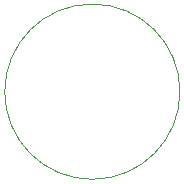
<source format=gm1>
G04 #@! TF.GenerationSoftware,KiCad,Pcbnew,8.0.6*
G04 #@! TF.CreationDate,2025-06-24T16:18:04-05:00*
G04 #@! TF.ProjectId,Emitter,456d6974-7465-4722-9e6b-696361645f70,rev?*
G04 #@! TF.SameCoordinates,Original*
G04 #@! TF.FileFunction,Profile,NP*
%FSLAX46Y46*%
G04 Gerber Fmt 4.6, Leading zero omitted, Abs format (unit mm)*
G04 Created by KiCad (PCBNEW 8.0.6) date 2025-06-24 16:18:04*
%MOMM*%
%LPD*%
G01*
G04 APERTURE LIST*
G04 #@! TA.AperFunction,Profile*
%ADD10C,0.050000*%
G04 #@! TD*
G04 APERTURE END LIST*
D10*
X143170411Y-85500000D02*
G75*
G02*
X128329589Y-85500000I-7420411J0D01*
G01*
X128329589Y-85500000D02*
G75*
G02*
X143170411Y-85500000I7420411J0D01*
G01*
M02*

</source>
